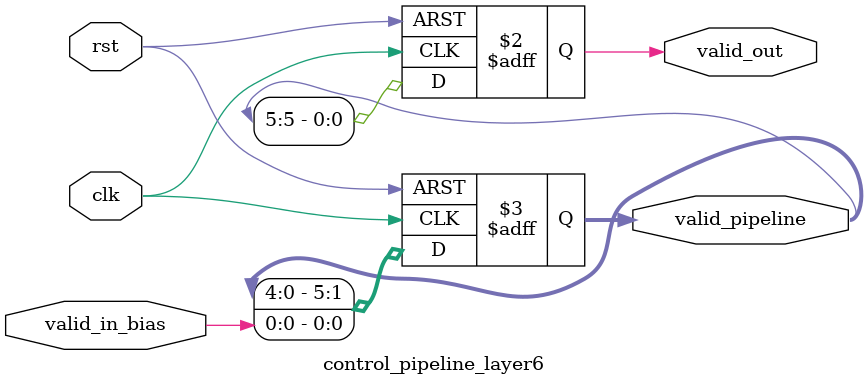
<source format=v>
module control_pipeline_layer6(
    input valid_in_bias, clk, rst,
    output reg valid_out,
    output reg [5:0] valid_pipeline
);
  
    always @(posedge clk or posedge rst) 
    begin
        if(rst)begin
            valid_pipeline[0] <= 1'd0;
            valid_pipeline[1] <= 1'd0;
            valid_pipeline[2] <= 1'd0;
            valid_pipeline[3] <= 1'd0;
            valid_pipeline[4] <= 1'd0;
            valid_pipeline[5] <= 1'd0;
            valid_out <= 1'd0;
        end
        else begin
            valid_pipeline[0] <= valid_in_bias;
            valid_pipeline[1] <= valid_pipeline[0];
            valid_pipeline[2] <= valid_pipeline[1];
            valid_pipeline[3] <= valid_pipeline[2];
            valid_pipeline[4] <= valid_pipeline[3];
            valid_pipeline[5] <= valid_pipeline[4];
            valid_out <= valid_pipeline[5];
        end
    end        


endmodule









</source>
